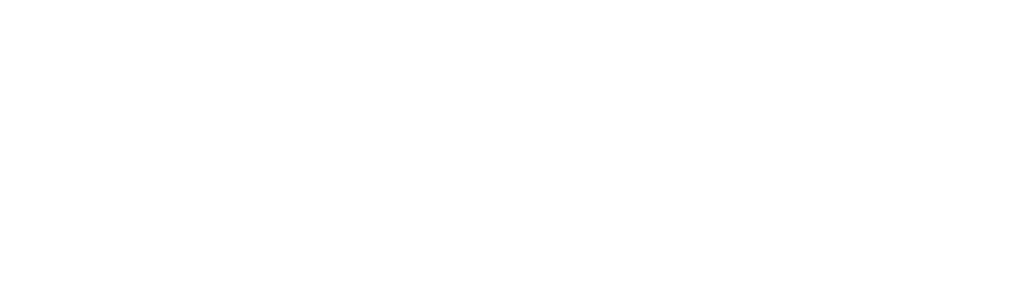
<source format=kicad_pcb>
(kicad_pcb (version 20240108) (generator pcbnew)
  (layers (0 "F.Cu" signal) (31 "B.Cu" signal) (34 "B.Paste" user) (35 "F.Paste" user) (36 "B.SilkS" user "B.Silkscreen") (37 "F.SilkS" user "F.Silkscreen") (38 "B.Mask" user) (39 "F.Mask" user) (44 "Edge.Cuts" user))
  (net 0 "")
  (footprint "MountingHole_4.3x6.2mm_M4_Pad" (layer "F.Cu") (at 0 0)
    (property "Reference" "REF**")
    (property "Value" "MountingHole_4.3x6.2mm_M4_Pad")
    (pad "1" thru_hole oval (at 0 0) (size 10.4 8.6) (drill oval 6.2 4.3) (layers *.Cu *.Mask) (remove_unused_layers))
  )
)
</source>
